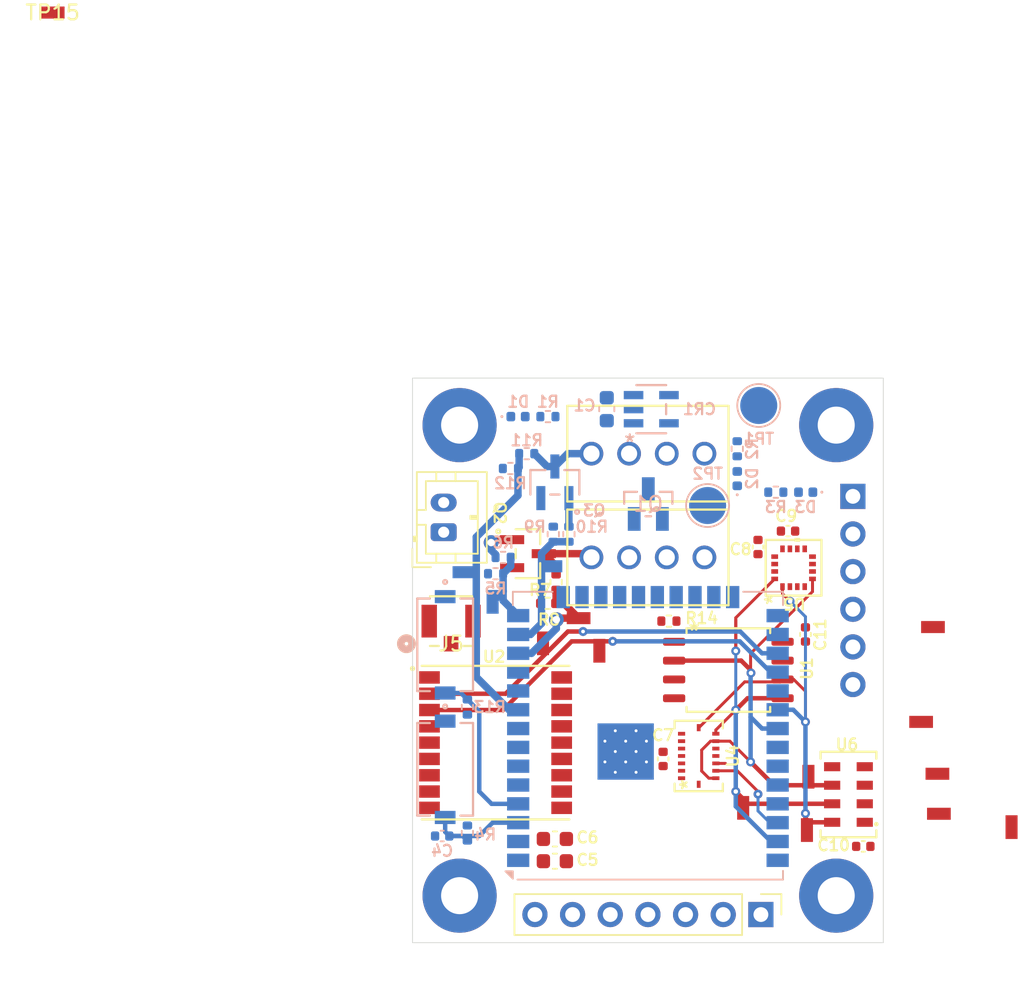
<source format=kicad_pcb>
(kicad_pcb (version 20241229) (generator "pcbnew") (generator_version "9.0")
  (layers (0 "F.Cu" signal) (2 "B.Cu" signal) (13 "F.Paste" user) (15 "B.Paste" user) (5 "F.SilkS" user "F.Silkscreen") (7 "B.SilkS" user "B.Silkscreen") (1 "F.Mask" user) (3 "B.Mask" user) (25 "Edge.Cuts" user))
  (net 0 "")
  (net 1 "RAW_BATT")
  (net 2 "GND")
  (net 3 "+BATT")
  (net 4 "RESET")
  (net 5 "+3.3V")
  (net 6 "Net-(U5-CAP)")
  (net 8 "Net-(D1-A)")
  (net 9 "Net-(D2-A)")
  (net 10 "Net-(D3-A)")
  (net 11 "MOS_A")
  (net 12 "MOS_B")
  (net 13 "+5V")
  (net 14 "GPIO_0")
  (net 15 "RXD0")
  (net 16 "TXD0")
  (net 17 "MOSI")
  (net 18 "SCK")
  (net 19 "MISO")
  (net 20 "CS_RF")
  (net 21 "Net-(U2-RF_IN)")
  (net 22 "Net-(Q2-G)")
  (net 23 "Net-(Q3-G)")
  (net 24 "PROGRAM_LED")
  (net 25 "FIRE_A")
  (net 26 "SENSE_A")
  (net 27 "FIRE_B")
  (net 28 "SENSE_B")
  (net 29 "CS_FLASH")
  (net 30 "RXD1")
  (net 31 "TXD1")
  (net 32 "CS_ACCEL")
  (net 33 "CS_GYRO")
  (net 34 "CS_BARO")
  (net 35 "CS_MAG")
  (net 46 "GYRO_INT_B")
  (net 48 "ACCEL_INT_B")
  (net 50 "ACCEL_INT_A")
  (net 54 "GYRO_INT_A")
  (net 55 "MAG_INT")
  (net 65 "RF_INT")
  (net 66 "RXD2")
  (net 67 "TXD2")
  (footprint "Resistor_SMD:R_0402_1005Metric" (layer "F.Cu") (at 35.0832 39.166058 90)
    (property "Reference" "R7")
    (property "Value" "100k")
  )
  (footprint "Capacitor_SMD:C_0402_1005Metric" (layer "F.Cu") (at 48.7 36.8 90)
    (property "Reference" "C8")
    (property "Value" "1uF")
  )
  (footprint "1725672:CONN_1725672_PXC" (layer "F.Cu") (at 45.085 30.5 180)
    (property "Reference" "J2" (hide yes))
    (property "Value" "Conn_01x04_Pin")
  )
  (footprint "MAX-M10:MOD18_MAX-M10M_UBL" (layer "F.Cu") (at 31 50)
    (property "Reference" "U2")
    (property "Value" "MAX-M10M-00B")
  )
  (footprint "RCU_0C:CONN1_RCU-0C_TEC" (layer "F.Cu") (at 60.8 52.1)
    (property "Reference" "TP14" (hide yes))
    (property "Value" "TestPoint" (hide yes))
  )
  (footprint "MS560702BA03_50:SON8_MS5611_TEC" (layer "F.Cu") (at 54.8 53.5 180)
    (property "Reference" "U6")
    (property "Value" "MS560702BA03-50")
  )
  (footprint "Capacitor_SMD:C_0402_1005Metric" (layer "F.Cu") (at 42.3 51.100001 90)
    (property "Reference" "C7")
    (property "Value" "0.1uF")
  )
  (footprint "RCU_0C:CONN1_RCU-0C_TEC" (layer "F.Cu") (at 36.6 41.6)
    (property "Reference" "TP16" (hide yes))
    (property "Value" "TestPoint" (hide yes))
  )
  (footprint "RCU_0C:CONN1_RCU-0C_TEC" (layer "F.Cu") (at 52.1 52.3 -90)
    (property "Reference" "TP3" (hide yes))
    (property "Value" "TestPoint" (hide yes))
  )
  (footprint "RCU_0C:CONN1_RCU-0C_TEC" (layer "F.Cu") (at 65.8 55.7 -90)
    (property "Reference" "TP12" (hide yes))
    (property "Value" "TestPoint" (hide yes))
  )
  (footprint "Connector_JST:JST_PH_B2B-PH-K_1x02_P2.00mm_Vertical" (layer "F.Cu") (at 27.5 35.8 90)
    (property "Reference" "BT1" (hide yes))
    (property "Value" "LiPO")
  )
  (footprint "MountingHole:MountingHole_2.5mm_Pad" (layer "F.Cu") (at 53.975 28.575)
    (property "Reference" "H2" (hide yes))
    (property "Value" "MountingHole_Pad" (hide yes))
  )
  (footprint "Resistor_SMD:R_0402_1005Metric" (layer "F.Cu") (at 42.69 41.8 180)
    (property "Reference" "R14")
    (property "Value" "10k")
  )
  (footprint "Connector_PinHeader_2.54mm:PinHeader_1x07_P2.54mm_Vertical" (layer "F.Cu") (at 48.895 61.6 -90)
    (property "Reference" "J4" (hide yes))
    (property "Value" "Conn_01x07_Pin")
  )
  (footprint "RCU_0C:CONN1_RCU-0C_TEC" (layer "F.Cu") (at 34.2 43.3 90)
    (property "Reference" "TP9" (hide yes))
    (property "Value" "TestPoint" (hide yes))
  )
  (footprint "SI2302-TP:SOT-23_MCC-M" (layer "F.Cu") (at 33.1832 37.25 -90)
    (property "Reference" "Q2")
    (property "Value" "NMOS")
  )
  (footprint "RCU_0C:CONN1_RCU-0C_TEC" (layer "F.Cu") (at 60.5 42.2)
    (property "Reference" "TP11" (hide yes))
    (property "Value" "TestPoint" (hide yes))
  )
  (footprint "RCU_0C:CONN1_RCU-0C_TEC" (layer "F.Cu") (at 59.7 48.6)
    (property "Reference" "TP10" (hide yes))
    (property "Value" "TestPoint" (hide yes))
  )
  (footprint "Capacitor_SMD:C_0603_1608Metric" (layer "F.Cu") (at 35 56.5)
    (property "Reference" "C6")
    (property "Value" "0.1uF")
  )
  (footprint "Capacitor_SMD:C_0402_1005Metric" (layer "F.Cu") (at 51.9 42.7 90)
    (property "Reference" "C11")
    (property "Value" "0.1uF")
  )
  (footprint "Capacitor_SMD:C_0402_1005Metric" (layer "F.Cu") (at 55.8 57)
    (property "Reference" "C10")
    (property "Value" "0.1uF")
  )
  (footprint "Capacitor_SMD:C_0603_1608Metric" (layer "F.Cu") (at 35 58)
    (property "Reference" "C5")
    (property "Value" "10uF")
  )
  (footprint "ul_2337019-1:CONN_2337019-1_TEC" (layer "F.Cu") (at 28 41.8)
    (property "Reference" "J5")
    (property "Value" "2337019-1")
  )
  (footprint "MountingHole:MountingHole_2.5mm_Pad" (layer "F.Cu") (at 53.975 60.325)
    (property "Reference" "H3" (hide yes))
    (property "Value" "MountingHole_Pad" (hide yes))
  )
  (footprint "RCU_0C:CONN1_RCU-0C_TEC" (layer "F.Cu") (at 52 55.9 90)
    (property "Reference" "TP5" (hide yes))
    (property "Value" "TestPoint" (hide yes))
  )
  (footprint "MMC5983MA:MMC5983MA_MEM" (layer "F.Cu") (at 51.1 38.2 90)
    (property "Reference" "U5")
    (property "Value" "MMC5983MA")
  )
  (footprint "1725672:CONN_1725672_PXC" (layer "F.Cu") (at 45.085 37.5 180)
    (property "Reference" "J1" (hide yes))
    (property "Value" "Conn_01x04_Pin")
  )
  (footprint "Resistor_SMD:R_0402_1005Metric" (layer "F.Cu") (at 34.51 40.6)
    (property "Reference" "R8")
    (property "Value" "27k")
  )
  (footprint "Capacitor_SMD:C_0402_1005Metric" (layer "F.Cu") (at 50.725001 35.725001 180)
    (property "Reference" "C9")
    (property "Value" "10uF")
  )
  (footprint "RCU_0C:CONN1_RCU-0C_TEC" (layer "F.Cu") (at 1.1303 0.7366)
    (property "Reference" "TP15")
    (property "Value" "TestPoint")
  )
  (footprint "MountingHole:MountingHole_2.5mm_Pad" (layer "F.Cu") (at 28.575 28.575)
    (property "Reference" "H1" (hide yes))
    (property "Value" "MountingHole_Pad" (hide yes))
  )
  (footprint "BMI088:QFN_BMI085_BOS" (layer "F.Cu") (at 44.7 50.900001 90)
    (property "Reference" "U4")
    (property "Value" "BMI088")
  )
  (footprint "RCU_0C:CONN1_RCU-0C_TEC" (layer "F.Cu") (at 60.9 54.8)
    (property "Reference" "TP13" (hide yes))
    (property "Value" "TestPoint" (hide yes))
  )
  (footprint "MountingHole:MountingHole_2.5mm_Pad" (layer "F.Cu") (at 28.575 60.325)
    (property "Reference" "H4" (hide yes))
    (property "Value" "MountingHole_Pad" (hide yes))
  )
  (footprint "RCU_0C:CONN1_RCU-0C_TEC" (layer "F.Cu") (at 47.7 54.4 -90)
    (property "Reference" "TP4" (hide yes))
    (property "Value" "TestPoint" (hide yes))
  )
  (footprint "RCU_0C:CONN1_RCU-0C_TEC" (layer "F.Cu") (at 38 43.8 90)
    (property "Reference" "TP8" (hide yes))
    (property "Value" "TestPoint" (hide yes))
  )
  (footprint "W25Q16JVSSIQ:W25Q16JVSSIQ_WIN" (layer "F.Cu") (at 46.7 45.1)
    (property "Reference" "U1")
    (property "Value" "W25Q16JVSSIQ")
  )
  (footprint "GSPTS004102:SW_PTS636_CNK" (layer "B.Cu") (at 27.6 43.4 -90)
    (property "Reference" "SW2" (hide yes))
    (property "Value" "PTS636 SM50J SMTR LFS")
  )
  (footprint "LED_SMD:LED_0402_1005Metric" (layer "B.Cu") (at 47.3 32.185 90)
    (property "Reference" "D2")
    (property "Value" "GREEN")
  )
  (footprint "Resistor_SMD:R_0402_1005Metric" (layer "B.Cu") (at 29.1 56.1 90)
    (property "Reference" "R4")
    (property "Value" "10k")
  )
  (footprint "LED_SMD:LED_0402_1005Metric" (layer "B.Cu") (at 32.515 28)
    (property "Reference" "D1")
    (property "Value" "RED")
  )
  (footprint "Resistor_SMD:R_0402_1005Metric" (layer "B.Cu") (at 29.1 47.6 -90)
    (property "Reference" "R13")
    (property "Value" "10k")
  )
  (footprint "TestPoint:TestPoint_Pad_D2.5mm" (layer "B.Cu") (at 48.75 27.25 180)
    (property "Reference" "TP1")
    (property "Value" "TestPoint")
  )
  (footprint "RCU_0C:CONN1_RCU-0C_TEC" (layer "B.Cu") (at 30.8 40.5 -90)
    (property "Reference" "TP6" (hide yes))
    (property "Value" "TestPoint" (hide yes))
  )
  (footprint "Resistor_SMD:R_0402_1005Metric" (layer "B.Cu") (at 31.51 37.5 180)
    (property "Reference" "R6")
    (property "Value" "1k")
  )
  (footprint "RF_Module:ESP32-WROOM-32UE" (layer "B.Cu") (at 41.275 49.53)
    (property "Reference" "U3" (hide yes))
    (property "Value" "ESP32-WROOM-32UE" (hide yes))
  )
  (footprint "GSPTS004102:SW_PTS636_CNK" (layer "B.Cu") (at 27.6 51.8 -90)
    (property "Reference" "SW1" (hide yes))
    (property "Value" "PTS636 SM50J SMTR LFS")
  )
  (footprint "Resistor_SMD:R_0402_1005Metric" (layer "B.Cu") (at 35.94615 35.9332 90)
    (property "Reference" "R10")
    (property "Value" "1k")
  )
  (footprint "LD2980ABM33TR:SOT23-5L_STM" (layer "B.Cu") (at 41.5 27.5)
    (property "Reference" "CR1")
    (property "Value" "LD2980ABM33TR")
  )
  (footprint "DMP3099L-7:DMP3099L-7_DIO" (layer "B.Cu") (at 41.3 33.9 180)
    (property "Reference" "Q1")
    (property "Value" "DMP3099L-7")
  )
  (footprint "Resistor_SMD:R_0402_1005Metric" (layer "B.Cu") (at 32 31.5)
    (property "Reference" "R12")
    (property "Value" "27k")
  )
  (footprint "RCU_0C:CONN1_RCU-0C_TEC" (layer "B.Cu") (at 34.7 38.1)
    (property "Reference" "TP7" (hide yes))
    (property "Value" "TestPoint" (hide yes))
  )
  (footprint "Connector_PinSocket_2.54mm:PinSocket_1x06_P2.54mm_Vertical" (layer "B.Cu") (at 55.1 33.38 180)
    (property "Reference" "J3" (hide yes))
    (property "Value" "Conn_01x06_Pin")
  )
  (footprint "Capacitor_SMD:C_0603_1608Metric" (layer "B.Cu") (at 38.5 27.5 90)
    (property "Reference" "C1")
    (property "Value" "22uF")
  )
  (footprint "Resistor_SMD:R_0402_1005Metric" (layer "B.Cu") (at 49.9 33.1)
    (property "Reference" "R3")
    (property "Value" "50")
  )
  (footprint "SI2302-TP:SOT-23_MCC-M" (layer "B.Cu") (at 35 32.4332 180)
    (property "Reference" "Q3")
    (property "Value" "NMOS")
  )
  (footprint "Resistor_SMD:R_0402_1005Metric" (layer "B.Cu") (at 31 38.6 180)
    (property "Reference" "R5")
    (property "Value" "100k")
  )
  (footprint "Capacitor_SMD:C_0402_1005Metric" (layer "B.Cu") (at 27.4 56.3 180)
    (property "Reference" "C4")
    (property "Value" "1uF")
  )
  (footprint "Resistor_SMD:R_0402_1005Metric" (layer "B.Cu") (at 34.53 28 180)
    (property "Reference" "R1")
    (property "Value" "110")
  )
  (footprint "Resistor_SMD:R_0402_1005Metric" (layer "B.Cu") (at 47.3 30.17 -90)
    (property "Reference" "R2")
    (property "Value" "50")
  )
  (footprint "TestPoint:TestPoint_Pad_D2.5mm" (layer "B.Cu") (at 45.3 34 180)
    (property "Reference" "TP2")
    (property "Value" "TestPoint")
  )
  (footprint "LED_SMD:LED_0402_1005Metric" (layer "B.Cu") (at 51.915 33.1 180)
    (property "Reference" "D3")
    (property "Value" "BLUE")
  )
  (footprint "Resistor_SMD:R_0402_1005Metric" (layer "B.Cu") (at 33.1 30.5)
    (property "Reference" "R11")
    (property "Value" "100k")
  )
  (footprint "RCU_0C:CONN1_RCU-0C_TEC" (layer "B.Cu") (at 28.9 38.5 180)
    (property "Reference" "TP17" (hide yes))
    (property "Value" "TestPoint" (hide yes))
  )
  (footprint "Resistor_SMD:R_0402_1005Metric" (layer "B.Cu") (at 34.8923 35.9332 90)
    (property "Reference" "R9")
    (property "Value" "100k")
  )
  (gr_rect (start 25.4 25.4) (end 57.15 63.5) (stroke (width 0.05)) (fill no) (layer "Edge.Cuts"))
  (segment (start 28.79 56.3) (end 29.1 56.61) (width 0.3) (layer "B.Cu") (net 4))
  (segment (start 27.6 55.050001) (end 27.6 56.02) (width 0.3) (layer "B.Cu") (net 4))
  (segment (start 27.6 56.02) (end 27.88 56.3) (width 0.3) (layer "B.Cu") (net 4))
  (segment (start 27.88 56.3) (end 29.9 56.3) (width 0.3) (layer "B.Cu") (net 4))
  (segment (start 29.9 56.3) (end 30.8 55.4) (width 0.3) (layer "B.Cu") (net 4))
  (segment (start 27.88 56.3) (end 28.79 56.3) (width 0.3) (layer "B.Cu") (net 4))
  (segment (start 30.8 55.4) (end 32.525 55.4) (width 0.3) (layer "B.Cu") (net 4))
  (segment (start 35.0832 38.0832) (end 34.25 37.25) (width 0.5) (layer "F.Cu") (net 11))
  (segment (start 34.25 37.25) (end 37.215 37.25) (width 0.5) (layer "F.Cu") (net 11))
  (segment (start 37.215 37.25) (end 37.465 37.5) (width 0.5) (layer "F.Cu") (net 11))
  (segment (start 35.0832 38.656058) (end 35.0832 38.0832) (width 0.5) (layer "F.Cu") (net 11))
  (segment (start 35.8664 30.5) (end 35 31.3664) (width 0.5) (layer "B.Cu") (net 12))
  (segment (start 37.465 30.5) (end 35.8664 30.5) (width 0.5) (layer "B.Cu") (net 12))
  (segment (start 34.4764 31.3664) (end 33.61 30.5) (width 0.5) (layer "B.Cu") (net 12))
  (segment (start 35 31.3664) (end 34.4764 31.3664) (width 0.5) (layer "B.Cu") (net 12))
  (segment (start 29.9 47.89) (end 29.9 53.3) (width 0.3) (layer "B.Cu") (net 14))
  (segment (start 30.73 54.13) (end 32.525 54.13) (width 0.3) (layer "B.Cu") (net 14))
  (segment (start 27.6 46.650001) (end 28.660001 46.650001) (width 0.3) (layer "B.Cu") (net 14))
  (segment (start 28.660001 46.650001) (end 29.1 47.09) (width 0.3) (layer "B.Cu") (net 14))
  (segment (start 29.9 53.3) (end 30.73 54.13) (width 0.3) (layer "B.Cu") (net 14))
  (segment (start 29.1 47.09) (end 29.9 47.89) (width 0.3) (layer "B.Cu") (net 14))
  (segment (start 45.8557 49.1443) (end 45.8557 49.400001) (width 0.2) (layer "F.Cu") (net 17))
  (segment (start 47.2 43.815) (end 47.2 41.7) (width 0.2) (layer "F.Cu") (net 17))
  (segment (start 48.025 54.125) (end 47.2 53.3) (width 0.3) (layer "F.Cu") (net 17))
  (segment (start 47.2 43.815) (end 47.2 41.575002) (width 0.2) (layer "F.Cu") (net 17))
  (segment (start 53.7 54.125) (end 48.025 54.125) (width 0.3) (layer "F.Cu") (net 17))
  (segment (start 47.2 47.8) (end 45.8557 49.1443) (width 0.2) (layer "F.Cu") (net 17))
  (segment (start 47.995 47.005) (end 50.3576 47.005) (width 0.3) (layer "F.Cu") (net 17))
  (segment (start 47.2 41.575002) (end 49.825001 38.950001) (width 0.2) (layer "F.Cu") (net 17))
  (segment (start 47.2 47.8) (end 47.995 47.005) (width 0.3) (layer "F.Cu") (net 17))
  (via (at 47.2 43.815) (size 0.6) (drill 0.3) (layers "F.Cu" "B.Cu") (net 17))
  (via (at 47.2 47.8) (size 0.6) (drill 0.3) (layers "F.Cu" "B.Cu") (net 17))
  (via (at 47.2 53.3) (size 0.6) (drill 0.3) (layers "F.Cu" "B.Cu") (net 17))
  (segment (start 47.2 43.815) (end 47.2 47.8) (width 0.2) (layer "B.Cu") (net 17))
  (segment (start 50.025 56.67) (end 49.57 56.67) (width 0.3) (layer "B.Cu") (net 17))
  (segment (start 49.57 56.67) (end 47.2 54.3) (width 0.3) (layer "B.Cu") (net 17))
  (segment (start 47.2 53.3) (end 47.2 47.8) (width 0.3) (layer "B.Cu") (net 17))
  (segment (start 47.2 54.3) (end 47.2 53.3) (width 0.3) (layer "B.Cu") (net 17))
  (segment (start 50.3576 45.735) (end 51.1069 45.735) (width 0.2) (layer "F.Cu") (net 18))
  (segment (start 50.1926 45.9) (end 50.3576 45.735) (width 0.2) (layer "F.Cu") (net 18))
  (segment (start 51.9 55.1) (end 52.175 55.375) (width 0.3) (layer "F.Cu") (net 18))
  (segment (start 51.1069 45.735) (end 51.9 46.5281) (width 0.2) (layer "F.Cu") (net 18))
  (segment (start 50.349999 39.952999) (end 50.866906 40.469906) (width 0.2) (layer "F.Cu") (net 18))
  (segment (start 51.9 46.5281) (end 51.9 48.6) (width 0.2) (layer "F.Cu") (net 18))
  (segment (start 44.7 48.988701) (end 44.711299 48.988701) (width 0.2) (layer "F.Cu") (net 18))
  (segment (start 44.711299 48.988701) (end 47.8 45.9) (width 0.2) (layer "F.Cu") (net 18))
  (segment (start 50.349999 39.474999) (end 50.349999 39.952999) (width 0.2) (layer "F.Cu") (net 18))
  (segment (start 51.9 54.775) (end 51.9 55.1) (width 0.3) (layer "F.Cu") (net 18))
  (segment (start 47.8 45.9) (end 50.1926 45.9) (width 0.2) (layer "F.Cu") (net 18))
  (segment (start 52.175 55.375) (end 53.7 55.375) (width 0.3) (layer "F.Cu") (net 18))
  (via (at 50.866906 40.469906) (size 0.6) (drill 0.3) (layers "F.Cu" "B.Cu") (net 18))
  (via (at 51.9 54.775) (size 0.6) (drill 0.3) (layers "F.Cu" "B.Cu") (net 18))
  (via (at 51.9 48.6) (size 0.6) (drill 0.3) (layers "F.Cu" "B.Cu") (net 18))
  (segment (start 51.075 47.78) (end 50.025 47.78) (width 0.3) (layer "B.Cu") (net 18))
  (segment (start 50.866906 40.469906) (end 51.9 41.503) (width 0.2) (layer "B.Cu") (net 18))
  (segment (start 51.9 48.605) (end 51.075 47.78) (width 0.3) (layer "B.Cu") (net 18))
  (segment (start 51.9 41.503) (end 51.9 48.6) (width 0.2) (layer "B.Cu") (net 18))
  (segment (start 51.9 54.775) (end 51.9 48.605) (width 0.3) (layer "B.Cu") (net 18))
  (segment (start 44.9 51.914602) (end 45.385399 52.400001) (width 0.2) (layer "F.Cu") (net 19))
  (segment (start 53.7 52.875) (end 49.775 52.875) (width 0.3) (layer "F.Cu") (net 19))
  (segment (start 45.8557 49.9) (end 46.8 49.9) (width 0.2) (layer "F.Cu") (net 19))
  (segment (start 49.775 52.875) (end 48.2 51.3) (width 0.3) (layer "F.Cu") (net 19))
  (segment (start 48.2 45.275735) (end 48.2 43.985342) (width 0.2) (layer "F.Cu") (net 19))
  (segment (start 45.5 49.9) (end 44.9 50.5) (width 0.2) (layer "F.Cu") (net 19))
  (segment (start 52.374999 39.810343) (end 52.374999 38.950001) (width 0.2) (layer "F.Cu") (net 19))
  (segment (start 45.8557 49.9) (end 45.5 49.9) (width 0.2) (layer "F.Cu") (net 19))
  (segment (start 48.224265 45.3) (end 48.224265 45.124265) (width 0.3) (layer "F.Cu") (net 19))
  (segment (start 46.8 49.9) (end 48.2 51.3) (width 0.2) (layer "F.Cu") (net 19))
  (segment (start 48.2 43.985342) (end 52.374999 39.810343) (width 0.2) (layer "F.Cu") (net 19))
  (segment (start 47.565 44.465) (end 43.0424 44.465) (width 0.3) (layer "F.Cu") (net 19))
  (segment (start 48.224265 45.3) (end 48.2 45.275735) (width 0.2) (layer "F.Cu") (net 19))
  (segment (start 45.385399 52.400001) (end 45.8557 52.400001) (width 0.2) (layer "F.Cu") (net 19))
  (segment (start 48.224265 45.124265) (end 47.565 44.465) (width 0.3) (layer "F.Cu") (net 19))
  (segment (start 44.9 50.5) (end 44.9 51.914602) (width 0.2) (layer "F.Cu") (net 19))
  (via (at 48.224265 45.3) (size 0.6) (drill 0.3) (layers "F.Cu" "B.Cu") (net 19))
  (via (at 48.2 51.3) (size 0.6) (drill 0.3) (layers "F.Cu" "B.Cu") (net 19))
  (segment (start 50.025 49.05) (end 48.975 49.05) (width 0.3) (layer "B.Cu") (net 19))
  (segment (start 48.2 48.275) (end 48.2 45.324265) (width 0.3) (layer "B.Cu") (net 19))
  (segment (start 48.975 49.05) (end 48.2 48.275) (width 0.3) (layer "B.Cu") (net 19))
  (segment (start 48.2 48.275) (end 48.2 51.3) (width 0.3) (layer "B.Cu") (net 19))
  (segment (start 48.2 45.324265) (end 48.224265 45.3) (width 0.3) (layer "B.Cu") (net 19))
  (segment (start 31.29615 36.30385) (end 32.1164 36.30385) (width 0.5) (layer "F.Cu") (net 22))
  (segment (start 30.9 36.3) (end 31.2923 36.3) (width 0.5) (layer "F.Cu") (net 22))
  (segment (start 31.2923 36.3) (end 31.29615 36.30385) (width 0.5) (layer "F.Cu") (net 22))
  (segment (start 30.7 36.5) (end 30.9 36.3) (width 0.5) (layer "F.Cu") (net 22))
  (via (at 30.7 36.5) (size 1) (drill 0.5) (layers "F.Cu" "B.Cu") (net 22))
  (segment (start 30.7 36.5) (end 30.7 37) (width 0.5) (layer "B.Cu") (net 22))
  (segment (start 31 37.3) (end 31 37.5) (width 0.5) (layer "B.Cu") (net 22))
  (segment (start 30.7 37) (end 31 37.3) (width 0.5) (layer "B.Cu") (net 22))
  (segment (start 35.94615 35.4232) (end 35.94615 33.5) (width 0.5) (layer "B.Cu") (net 23))
  (segment (start 31.51 38.6) (end 31.51 39.79) (width 0.5) (layer "B.Cu") (net 25))
  (segment (start 32.02 38.09) (end 31.51 38.6) (width 0.5) (layer "B.Cu") (net 25))
  (segment (start 31.51 40.415) (end 32.525 41.43) (width 0.5) (layer "B.Cu") (net 25))
  (segment (start 32.02 37.5) (end 32.02 38.09) (width 0.5) (layer "B.Cu") (net 25))
  (segment (start 31.51 39.79) (end 30.8 40.5) (width 0.5) (layer "B.Cu") (net 25))
  (segment (start 31.51 39.79) (end 31.51 40.415) (width 0.5) (layer "B.Cu") (net 25))
  (segment (start 35.0832 40.5368) (end 35.02 40.6) (width 0.5) (layer "F.Cu") (net 26))
  (segment (start 35.02 40.6) (end 35.6 40.6) (width 0.5) (layer "F.Cu") (net 26))
  (segment (start 36.6 41.6) (end 35.2 41.6) (width 0.5) (layer "F.Cu") (net 26))
  (segment (start 35.0832 39.676058) (end 35.0832 40.5368) (width 0.5) (layer "F.Cu") (net 26))
  (segment (start 35.2 41.6) (end 35.1 41.7) (width 0.5) (layer "F.Cu") (net 26))
  (segment (start 35.6 40.6) (end 36.6 41.6) (width 0.5) (layer "F.Cu") (net 26))
  (via (at 35.1 41.7) (size 1) (drill 0.5) (layers "F.Cu" "B.Cu") (net 26))
  (segment (start 33.43 43.97) (end 32.525 43.97) (width 0.5) (layer "B.Cu") (net 26))
  (segment (start 35.1 42.3) (end 33.43 43.97) (width 0.5) (layer "B.Cu") (net 26))
  (segment (start 35.1 42.3) (end 35.1 41.7) (width 0.5) (layer "B.Cu") (net 26))
  (segment (start 33.357 42.7) (end 32.525 42.7) (width 0.5) (layer "B.Cu") (net 27))
  (segment (start 34.8923 36.4432) (end 35.94615 36.4432) (width 0.5) (layer "B.Cu") (net 27))
  (segment (start 34.1 37.2355) (end 34.1 41.957) (width 0.5) (layer "B.Cu") (net 27))
  (segment (start 34.1 41.957) (end 33.357 42.7) (width 0.5) (layer "B.Cu") (net 27))
  (segment (start 34.8923 36.4432) (end 34.1 37.2355) (width 0.5) (layer "B.Cu") (net 27))
  (segment (start 29.7 45.5745) (end 31.9055 47.78) (width 0.5) (layer "B.Cu") (net 28))
  (segment (start 32.59 31.42) (end 32.51 31.5) (width 0.5) (layer "B.Cu") (net 28))
  (segment (start 32.59 30.5) (end 32.59 31.42) (width 0.5) (layer "B.Cu") (net 28))
  (segment (start 31.9055 47.78) (end 32.525 47.78) (width 0.5) (layer "B.Cu") (net 28))
  (segment (start 32.51 33.317541) (end 29.7 36.127541) (width 0.5) (layer "B.Cu") (net 28))
  (segment (start 29.7 36.127541) (end 29.7 45.5745) (width 0.5) (layer "B.Cu") (net 28))
  (segment (start 32.51 31.5) (end 32.51 33.317541) (width 0.5) (layer "B.Cu") (net 28))
  (segment (start 31.500001 47.799999) (end 26.5423 47.799999) (width 0.3) (layer "F.Cu") (net 30))
  (segment (start 36.136 43.164) (end 31.500001 47.799999) (width 0.3) (layer "F.Cu") (net 30))
  (segment (start 38.9 43.164) (end 36.136 43.164) (width 0.3) (layer "F.Cu") (net 30))
  (via (at 38.9 43.164) (size 0.6) (drill 0.25) (layers "F.Cu" "B.Cu") (net 30))
  (segment (start 47.469654 43.164) (end 49.545654 45.24) (width 0.3) (layer "B.Cu") (net 30))
  (segment (start 38.9 43.164) (end 47.469654 43.164) (width 0.3) (layer "B.Cu") (net 30))
  (segment (start 49.545654 45.24) (end 50.025 45.24) (width 0.3) (layer "B.Cu") (net 30))
  (segment (start 36.9 42.5) (end 35.879346 42.5) (width 0.3) (layer "F.Cu") (net 31))
  (segment (start 31.679347 46.699999) (end 26.5423 46.699999) (width 0.3) (layer "F.Cu") (net 31))
  (segment (start 35.879346 42.5) (end 31.679347 46.699999) (width 0.3) (layer "F.Cu") (net 31))
  (via (at 36.9 42.5) (size 0.6) (drill 0.25) (layers "F.Cu" "B.Cu") (net 31))
  (segment (start 48.97 43.97) (end 50.025 43.97) (width 0.3) (layer "B.Cu") (net 31))
  (segment (start 47.5 42.5) (end 48.97 43.97) (width 0.3) (layer "B.Cu") (net 31))
  (segment (start 36.9 42.5) (end 47.5 42.5) (width 0.3) (layer "B.Cu") (net 31))
  (segment (start 48.725 53.475) (end 48.8 53.4) (width 0.2) (layer "F.Cu") (net 32))
  (segment (start 48.7 53.475) (end 48.725 53.475) (width 0.2) (layer "F.Cu") (net 32))
  (segment (start 47.300002 51.900002) (end 45.8557 51.900002) (width 0.2) (layer "F.Cu") (net 32))
  (segment (start 48.7 53.3) (end 47.300002 51.900002) (width 0.2) (layer "F.Cu") (net 32))
  (segment (start 48.7 53.475) (end 48.7 53.3) (width 0.2) (layer "F.Cu") (net 32))
  (via (at 48.7 53.475) (size 0.6) (drill 0.25) (layers "F.Cu" "B.Cu") (net 32))
  (segment (start 48.7 53.475) (end 48.7 54.607) (width 0.2) (layer "B.Cu") (net 32))
  (segment (start 49.493 55.4) (end 50.025 55.4) (width 0.2) (layer "B.Cu") (net 32))
  (segment (start 48.7 54.607) (end 49.493 55.4) (width 0.2) (layer "B.Cu") (net 32))
  (segment (start 45.8557 51.4) (end 46.5 51.4) (width 0.2) (layer "F.Cu") (net 46))
)
</source>
